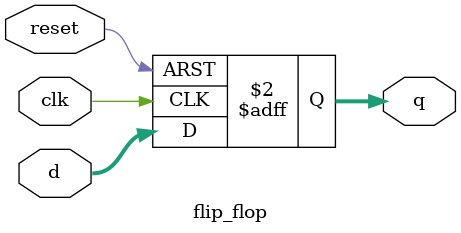
<source format=sv>
module flip_flop (input  logic clk , reset ,
                  input  logic [31:0] d ,
				  output logic [31:0] q) ;
				  
		always_ff @(posedge clk , posedge reset) begin 
            if (reset)
			    q <= 0 ;
            else 
                q <= d ;			
        end 		
				  
endmodule 

</source>
